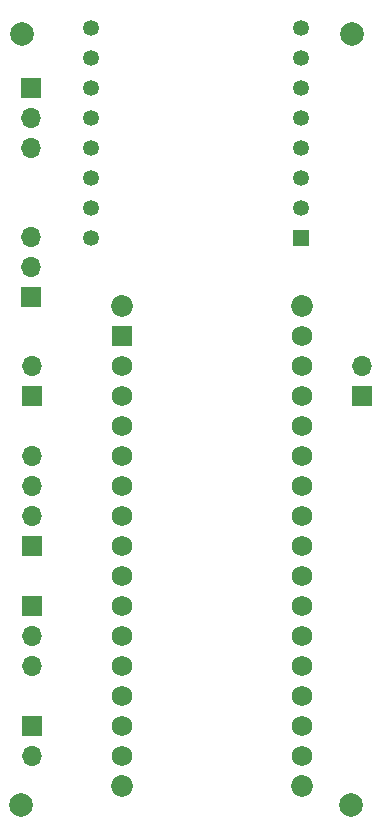
<source format=gbs>
%TF.GenerationSoftware,KiCad,Pcbnew,(5.1.10)-1*%
%TF.CreationDate,2021-08-05T17:04:43+02:00*%
%TF.ProjectId,kiCAD_projects,6b694341-445f-4707-926f-6a656374732e,rev?*%
%TF.SameCoordinates,Original*%
%TF.FileFunction,Soldermask,Bot*%
%TF.FilePolarity,Negative*%
%FSLAX46Y46*%
G04 Gerber Fmt 4.6, Leading zero omitted, Abs format (unit mm)*
G04 Created by KiCad (PCBNEW (5.1.10)-1) date 2021-08-05 17:04:43*
%MOMM*%
%LPD*%
G01*
G04 APERTURE LIST*
%ADD10O,1.700000X1.700000*%
%ADD11R,1.700000X1.700000*%
%ADD12R,1.350000X1.350000*%
%ADD13C,1.350000*%
%ADD14C,1.850000*%
%ADD15R,1.727200X1.727200*%
%ADD16C,1.727200*%
%ADD17C,2.000000*%
G04 APERTURE END LIST*
D10*
%TO.C,J5*%
X515147560Y567730640D03*
D11*
X515147560Y565190640D03*
%TD*%
D10*
%TO.C,J3*%
X487205020Y567710320D03*
D11*
X487205020Y565170320D03*
%TD*%
D12*
%TO.C,U1*%
X509905000Y578612000D03*
D13*
X509905000Y581152000D03*
X509905000Y583692000D03*
X509905000Y586232000D03*
X509905000Y588772000D03*
X509905000Y591312000D03*
X509905000Y593852000D03*
X509905000Y596392000D03*
X492125000Y596392000D03*
X492125000Y593852000D03*
X492125000Y591312000D03*
X492125000Y588772000D03*
X492125000Y586232000D03*
X492125000Y583692000D03*
X492125000Y581152000D03*
X492125000Y578612000D03*
%TD*%
D14*
%TO.C,A1*%
X510057400Y532155400D03*
X494817400Y532155400D03*
X510057400Y572795400D03*
X494817400Y572795400D03*
D15*
X494817400Y570255400D03*
D16*
X494817400Y567715400D03*
X494817400Y565175400D03*
X494817400Y562635400D03*
X494817400Y560095400D03*
X494817400Y557555400D03*
X494817400Y555015400D03*
X494817400Y552475400D03*
X494817400Y549935400D03*
X494817400Y547395400D03*
X494817400Y544855400D03*
X494817400Y542315400D03*
X494817400Y539775400D03*
X494817400Y537235400D03*
X494817400Y534695400D03*
X510057400Y534695400D03*
X510057400Y537235400D03*
X510057400Y539775400D03*
X510057400Y542315400D03*
X510057400Y544855400D03*
X510057400Y547395400D03*
X510057400Y549935400D03*
X510057400Y552475400D03*
X510057400Y555015400D03*
X510057400Y557555400D03*
X510057400Y560095400D03*
X510057400Y562635400D03*
X510057400Y565175400D03*
X510057400Y567715400D03*
X510057400Y570255400D03*
%TD*%
D10*
%TO.C,J2*%
X487045000Y586226920D03*
X487045000Y588766920D03*
D11*
X487045000Y591306920D03*
%TD*%
D10*
%TO.C,J1*%
X487189780Y534692860D03*
D11*
X487189780Y537232860D03*
%TD*%
D10*
%TO.C,J4*%
X487205020Y560097940D03*
X487205020Y557557940D03*
X487205020Y555017940D03*
D11*
X487205020Y552477940D03*
%TD*%
D10*
%TO.C,J6*%
X487202480Y542315400D03*
X487202480Y544855400D03*
D11*
X487202480Y547395400D03*
%TD*%
D10*
%TO.C,J7*%
X487045000Y578627240D03*
X487045000Y576087240D03*
D11*
X487045000Y573547240D03*
%TD*%
D17*
%TO.C,H1*%
X486349040Y595858600D03*
%TD*%
%TO.C,H2*%
X514291580Y595866220D03*
%TD*%
%TO.C,H3*%
X486232200Y530555200D03*
%TD*%
%TO.C,H4*%
X514167120Y530598380D03*
%TD*%
M02*

</source>
